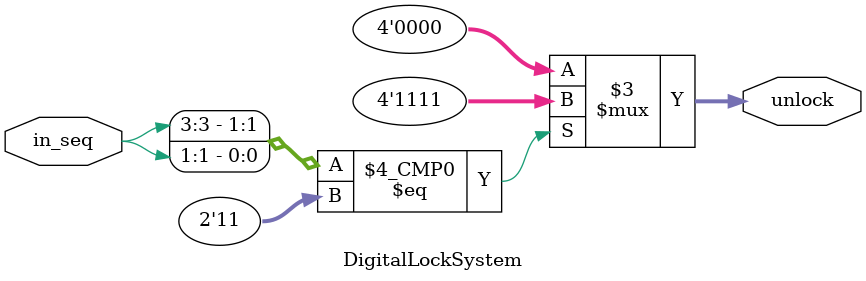
<source format=v>
module DigitalLockSystem(
    output reg [3:0]unlock,
    input wire [3:0]in_seq
);

always@(in_seq)begin
    casez(in_seq)
        4'b1?1?:unlock = 4'b1111;
        default:unlock = 4'b0000;
    endcase
end
endmodule    
</source>
